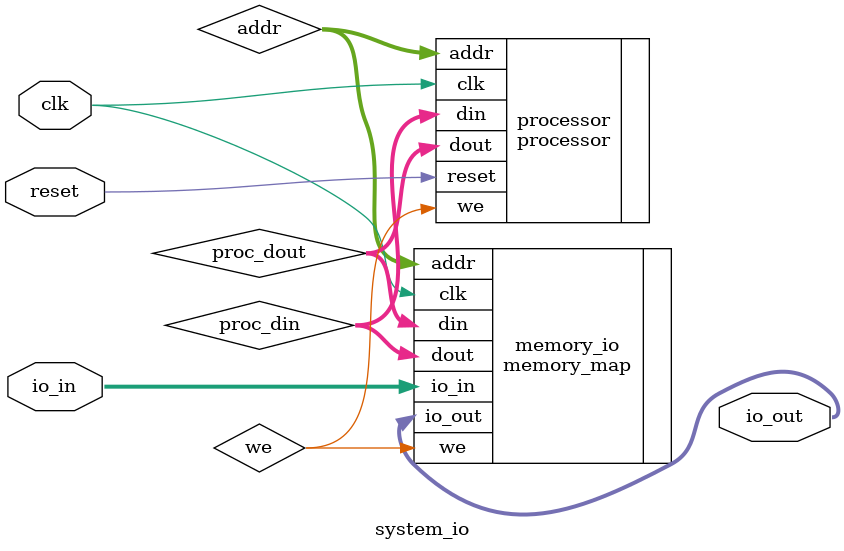
<source format=v>
module system_io (
   input          clk,
   input          reset,
   input  [3:0]   io_in,
   output [3:0]   io_out
   );
   
   wire   [15:0] proc_din;
   wire   [15:0] addr;
   wire   [15:0] proc_dout;
   wire          we;
      
   processor processor (
      .clk     (clk      ),
      .reset   (reset    ),
      .din     (proc_din ),
      .addr    (addr     ),
      .dout    (proc_dout),
      .we      (we       )
   );
   
   memory_map memory_io (
      .clk     (clk      ),
      .addr    (addr     ),
      .din     (proc_dout),
      .we      (we       ),
      .dout    (proc_din ),
      .io_in   (io_in    ),
      .io_out  (io_out   )
   );
   
endmodule
   
</source>
